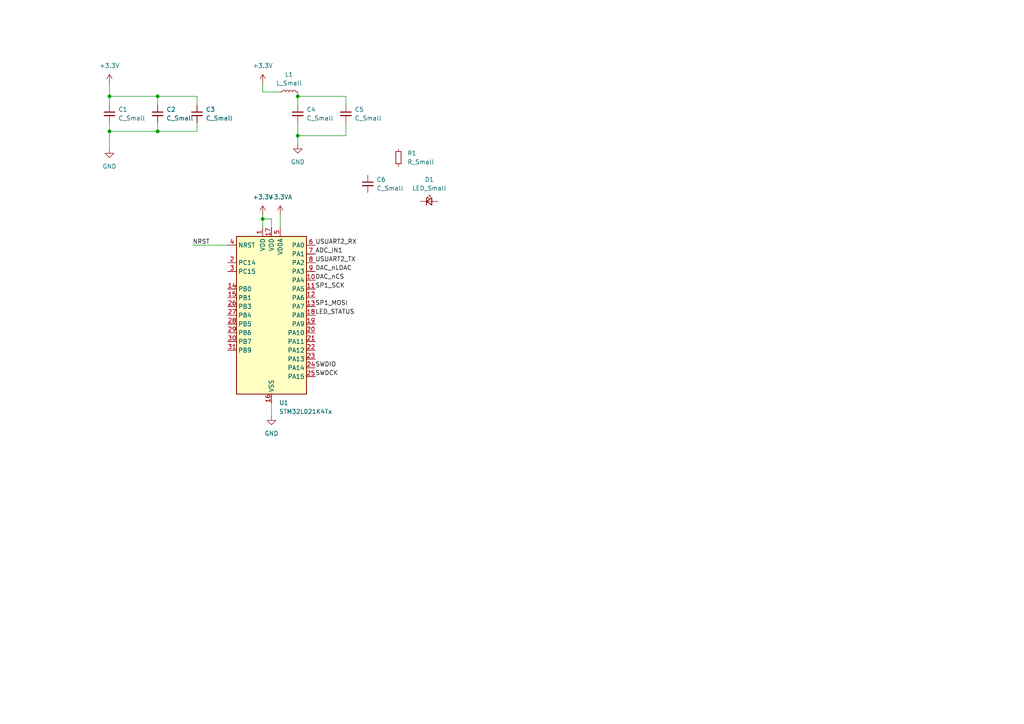
<source format=kicad_sch>
(kicad_sch (version 20230121) (generator eeschema)
  (paper "A4")
  (lib_symbols
    (symbol "Device:C_Small" (pin_numbers hide) (pin_names (offset 0.254) hide)
      (property "Reference" "C" (at 0.254 1.778 0))
      (property "Value" "C_Small" (at 0.254 -2.032 0))
      (symbol "C_Small_0_1"
        (polyline (pts (xy -1.524 -0.508) (xy 1.524 -0.508)) (stroke (width 0.3302)))
        (polyline (pts (xy -1.524 0.508) (xy 1.524 0.508)) (stroke (width 0.3048)))
      )
      (symbol "C_Small_1_1"
        (pin passive line (at 0 2.54 270) (length 2.032) (name "~") (number "1"))
        (pin passive line (at 0 -2.54 90) (length 2.032) (name "~") (number "2"))
      )
    )
    (symbol "Device:LED_Small" (pin_numbers hide) (pin_names (offset 0.254) hide)
      (property "Reference" "D" (at -1.27 3.175 0))
      (property "Value" "LED_Small" (at -4.445 -2.54 0))
      (symbol "LED_Small_0_1"
        (polyline (pts (xy -0.762 -1.016) (xy -0.762 1.016)) (stroke (width 0.254)))
        (polyline (pts (xy 1.016 0) (xy -0.762 0)))
        (polyline (pts (xy 0.762 -1.016) (xy -0.762 0) (xy 0.762 1.016) (xy 0.762 -1.016)) (stroke (width 0.254)))
        (polyline (pts (xy 0 0.762) (xy -0.508 1.27) (xy -0.254 1.27) (xy -0.508 1.27) (xy -0.508 1.016)))
        (polyline (pts (xy 0.508 1.27) (xy 0 1.778) (xy 0.254 1.778) (xy 0 1.778) (xy 0 1.524)))
      )
      (symbol "LED_Small_1_1"
        (pin passive line (at -2.54 0 0) (length 1.778) (name "K") (number "1"))
        (pin passive line (at 2.54 0 180) (length 1.778) (name "A") (number "2"))
      )
    )
    (symbol "Device:L_Small" (pin_numbers hide) (pin_names (offset 0.254) hide)
      (property "Reference" "L" (at 0.762 1.016 0))
      (property "Value" "L_Small" (at 0.762 -1.016 0))
      (symbol "L_Small_0_1"
        (arc (start 0 -2.032) (mid 0.5058 -1.524) (end 0 -1.016))
        (arc (start 0 -1.016) (mid 0.5058 -0.508) (end 0 0))
        (arc (start 0 0) (mid 0.5058 0.508) (end 0 1.016))
        (arc (start 0 1.016) (mid 0.5058 1.524) (end 0 2.032))
      )
      (symbol "L_Small_1_1"
        (pin passive line (at 0 2.54 270) (length 0.508) (name "~") (number "1"))
        (pin passive line (at 0 -2.54 90) (length 0.508) (name "~") (number "2"))
      )
    )
    (symbol "Device:R_Small" (pin_numbers hide) (pin_names (offset 0.254) hide)
      (property "Reference" "R" (at 0.762 0.508 0))
      (property "Value" "R_Small" (at 0.762 -1.016 0))
      (symbol "R_Small_0_1"
        (rectangle (start -0.762 1.778) (end 0.762 -1.778) (stroke (width 0.2032)))
      )
      (symbol "R_Small_1_1"
        (pin passive line (at 0 2.54 270) (length 0.762) (name "~") (number "1"))
        (pin passive line (at 0 -2.54 90) (length 0.762) (name "~") (number "2"))
      )
    )
    (symbol "MCU_ST_STM32L0:STM32L021K4Tx"
      (property "Reference" "U" (at -10.16 24.13 0))
      (property "Value" "STM32L021K4Tx" (at 5.08 24.13 0))
      (symbol "STM32L021K4Tx_0_1"
        (rectangle (start -10.16 -22.86) (end 10.16 22.86) (stroke (width 0.254)) (fill (type background)))
      )
      (symbol "STM32L021K4Tx_1_1"
        (pin power_in line (at -2.54 25.4 270) (length 2.54) (name "VDD") (number "1"))
        (pin bidirectional line (at 12.7 10.16 180) (length 2.54) (name "PA4") (number "10"))
        (pin bidirectional line (at 12.7 7.62 180) (length 2.54) (name "PA5") (number "11"))
        (pin bidirectional line (at 12.7 5.08 180) (length 2.54) (name "PA6") (number "12"))
        (pin bidirectional line (at 12.7 2.54 180) (length 2.54) (name "PA7") (number "13"))
        (pin bidirectional line (at -12.7 7.62 0) (length 2.54) (name "PB0") (number "14"))
        (pin bidirectional line (at -12.7 5.08 0) (length 2.54) (name "PB1") (number "15"))
        (pin power_in line (at 0 -25.4 90) (length 2.54) (name "VSS") (number "16"))
        (pin power_in line (at 0 25.4 270) (length 2.54) (name "VDD") (number "17"))
        (pin bidirectional line (at 12.7 0 180) (length 2.54) (name "PA8") (number "18"))
        (pin bidirectional line (at 12.7 -2.54 180) (length 2.54) (name "PA9") (number "19"))
        (pin bidirectional line (at -12.7 15.24 0) (length 2.54) (name "PC14") (number "2"))
        (pin bidirectional line (at 12.7 -5.08 180) (length 2.54) (name "PA10") (number "20"))
        (pin bidirectional line (at 12.7 -7.62 180) (length 2.54) (name "PA11") (number "21"))
        (pin bidirectional line (at 12.7 -10.16 180) (length 2.54) (name "PA12") (number "22"))
        (pin bidirectional line (at 12.7 -12.7 180) (length 2.54) (name "PA13") (number "23"))
        (pin bidirectional line (at 12.7 -15.24 180) (length 2.54) (name "PA14") (number "24"))
        (pin bidirectional line (at 12.7 -17.78 180) (length 2.54) (name "PA15") (number "25"))
        (pin bidirectional line (at -12.7 2.54 0) (length 2.54) (name "PB3") (number "26"))
        (pin bidirectional line (at -12.7 0 0) (length 2.54) (name "PB4") (number "27"))
        (pin bidirectional line (at -12.7 -2.54 0) (length 2.54) (name "PB5") (number "28"))
        (pin bidirectional line (at -12.7 -5.08 0) (length 2.54) (name "PB6") (number "29"))
        (pin bidirectional line (at -12.7 12.7 0) (length 2.54) (name "PC15") (number "3"))
        (pin bidirectional line (at -12.7 -7.62 0) (length 2.54) (name "PB7") (number "30"))
        (pin bidirectional line (at -12.7 -10.16 0) (length 2.54) (name "PB9") (number "31"))
        (pin passive line (at 0 -25.4 90) (length 2.54) hide (name "VSS") (number "32"))
        (pin input line (at -12.7 20.32 0) (length 2.54) (name "NRST") (number "4"))
        (pin power_in line (at 2.54 25.4 270) (length 2.54) (name "VDDA") (number "5"))
        (pin bidirectional line (at 12.7 20.32 180) (length 2.54) (name "PA0") (number "6"))
        (pin bidirectional line (at 12.7 17.78 180) (length 2.54) (name "PA1") (number "7"))
        (pin bidirectional line (at 12.7 15.24 180) (length 2.54) (name "PA2") (number "8"))
        (pin bidirectional line (at 12.7 12.7 180) (length 2.54) (name "PA3") (number "9"))
      )
    )
    (symbol "power:+3.3V" (power) (pin_names (offset 0))
      (property "Value" "+3.3V" (at 0 3.556 0))
      (symbol "+3.3V_0_1"
        (polyline (pts (xy -0.762 1.27) (xy 0 2.54)))
        (polyline (pts (xy 0 0) (xy 0 2.54)))
        (polyline (pts (xy 0 2.54) (xy 0.762 1.27)))
      )
      (symbol "+3.3V_1_1"
        (pin power_in line (at 0 0 90) (length 0) hide (name "+3.3V") (number "1"))
      )
    )
    (symbol "power:+3.3VA" (power) (pin_names (offset 0))
      (property "Value" "+3.3VA" (at 0 3.556 0))
      (symbol "+3.3VA_0_1"
        (polyline (pts (xy -0.762 1.27) (xy 0 2.54)))
        (polyline (pts (xy 0 0) (xy 0 2.54)))
        (polyline (pts (xy 0 2.54) (xy 0.762 1.27)))
      )
      (symbol "+3.3VA_1_1"
        (pin power_in line (at 0 0 90) (length 0) hide (name "+3.3VA") (number "1"))
      )
    )
    (symbol "power:GND" (power) (pin_names (offset 0))
      (property "Value" "GND" (at 0 -3.81 0))
      (symbol "GND_0_1"
        (polyline (pts (xy 0 0) (xy 0 -1.27) (xy 1.27 -1.27) (xy 0 -2.54) (xy -1.27 -1.27) (xy 0 -1.27)))
      )
      (symbol "GND_1_1"
        (pin power_in line (at 0 0 270) (length 0) hide (name "GND") (number "1"))
      )
    )
  )
  (junction (at 45.72 38.1))
  (junction (at 31.75 27.94))
  (junction (at 86.36 39.37))
  (junction (at 86.36 27.94))
  (junction (at 76.2 63.5))
  (junction (at 31.75 38.1))
  (junction (at 45.72 27.94))
  (wire (pts (xy 31.75 38.1) (xy 31.75 43.18)))
  (wire (pts (xy 76.2 62.23) (xy 76.2 63.5)))
  (wire (pts (xy 55.88 71.12) (xy 66.04 71.12)))
  (wire (pts (xy 31.75 38.1) (xy 45.72 38.1)))
  (wire (pts (xy 86.36 26.67) (xy 86.36 27.94)))
  (wire (pts (xy 78.74 66.04) (xy 78.74 63.5)))
  (wire (pts (xy 45.72 27.94) (xy 31.75 27.94)))
  (wire (pts (xy 86.36 27.94) (xy 100.33 27.94)))
  (wire (pts (xy 45.72 27.94) (xy 57.15 27.94)))
  (wire (pts (xy 45.72 38.1) (xy 45.72 35.56)))
  (wire (pts (xy 86.36 27.94) (xy 86.36 30.48)))
  (wire (pts (xy 100.33 30.48) (xy 100.33 27.94)))
  (wire (pts (xy 57.15 38.1) (xy 57.15 35.56)))
  (wire (pts (xy 31.75 27.94) (xy 31.75 30.48)))
  (wire (pts (xy 81.28 62.23) (xy 81.28 66.04)))
  (wire (pts (xy 86.36 35.56) (xy 86.36 39.37)))
  (wire (pts (xy 45.72 38.1) (xy 57.15 38.1)))
  (wire (pts (xy 57.15 27.94) (xy 57.15 30.48)))
  (wire (pts (xy 76.2 63.5) (xy 76.2 66.04)))
  (wire (pts (xy 76.2 26.67) (xy 81.28 26.67)))
  (wire (pts (xy 86.36 39.37) (xy 86.36 41.91)))
  (wire (pts (xy 78.74 116.84) (xy 78.74 120.65)))
  (wire (pts (xy 78.74 63.5) (xy 76.2 63.5)))
  (wire (pts (xy 45.72 27.94) (xy 45.72 30.48)))
  (wire (pts (xy 86.36 39.37) (xy 100.33 39.37)))
  (wire (pts (xy 100.33 35.56) (xy 100.33 39.37)))
  (wire (pts (xy 76.2 26.67) (xy 76.2 24.13)))
  (wire (pts (xy 31.75 24.13) (xy 31.75 27.94)))
  (wire (pts (xy 31.75 38.1) (xy 31.75 35.56)))
  (label "USUART2_TX" (at 91.44 76.2 0))
  (label "SWDIO" (at 91.44 106.68 0))
  (label "DAC_nCS" (at 91.44 81.28 0))
  (label "DAC_nLDAC" (at 91.44 78.74 0))
  (label "SWDCK" (at 91.44 109.22 0))
  (label "USUART2_RX" (at 91.44 71.12 0))
  (label "SP1_MOSI" (at 91.44 88.9 0))
  (label "LED_STATUS" (at 91.44 91.44 0))
  (label "ADC_IN1" (at 91.44 73.66 0))
  (label "NRST" (at 55.88 71.12 0))
  (label "SP1_SCK" (at 91.44 83.82 0))
  (symbol (lib_id "power:+3.3V") (at 76.2 62.23 0) (unit 1)
    (property "Reference" "#PWR03" (effects hide))
    (property "Value" "+3.3V" (at 76.2 57.15 0))
  )
  (symbol (lib_id "power:GND") (at 86.36 41.91 0) (unit 1)
    (property "Reference" "#PWR07" (effects hide))
    (property "Value" "GND" (at 86.36 46.99 0))
  )
  (symbol (lib_id "Device:C_Small") (at 45.72 33.02 0) (unit 1)
    (property "Reference" "C2" (at 48.26 31.7563 0) (effects (justify left)))
    (property "Value" "C_Small" (at 48.26 34.2963 0) (effects (justify left)))
  )
  (symbol (lib_id "Device:C_Small") (at 100.33 33.02 0) (unit 1)
    (property "Reference" "C5" (at 102.87 31.7563 0) (effects (justify left)))
    (property "Value" "C_Small" (at 102.87 34.2963 0) (effects (justify left)))
  )
  (symbol (lib_id "Device:C_Small") (at 106.68 53.34 0) (unit 1)
    (property "Reference" "C6" (at 109.22 52.0763 0) (effects (justify left)))
    (property "Value" "C_Small" (at 109.22 54.6163 0) (effects (justify left)))
  )
  (symbol (lib_id "power:+3.3V") (at 31.75 24.13 0) (unit 1)
    (property "Reference" "#PWR02" (effects hide))
    (property "Value" "+3.3V" (at 31.75 19.05 0))
  )
  (symbol (lib_id "Device:LED_Small") (at 124.46 58.42 0) (unit 1)
    (property "Reference" "D1" (at 124.5235 52.07 0))
    (property "Value" "LED_Small" (at 124.5235 54.61 0))
  )
  (symbol (lib_id "Device:L_Small") (at 83.82 26.67 90) (unit 1)
    (property "Reference" "L1" (at 83.82 21.59 90))
    (property "Value" "L_Small" (at 83.82 24.13 90))
  )
  (symbol (lib_id "power:GND") (at 31.75 43.18 0) (unit 1)
    (property "Reference" "#PWR05" (effects hide))
    (property "Value" "GND" (at 31.75 48.26 0))
  )
  (symbol (lib_id "power:+3.3V") (at 76.2 24.13 0) (unit 1)
    (property "Reference" "#PWR06" (effects hide))
    (property "Value" "+3.3V" (at 76.2 19.05 0))
  )
  (symbol (lib_id "power:GND") (at 78.74 120.65 0) (unit 1)
    (property "Reference" "#PWR01" (effects hide))
    (property "Value" "GND" (at 78.74 125.73 0))
  )
  (symbol (lib_id "Device:C_Small") (at 57.15 33.02 0) (unit 1)
    (property "Reference" "C3" (at 59.69 31.7563 0) (effects (justify left)))
    (property "Value" "C_Small" (at 59.69 34.2963 0) (effects (justify left)))
  )
  (symbol (lib_id "power:+3.3VA") (at 81.28 62.23 0) (unit 1)
    (property "Reference" "#PWR04" (effects hide))
    (property "Value" "+3.3VA" (at 81.28 57.15 0))
  )
  (symbol (lib_id "Device:C_Small") (at 86.36 33.02 0) (unit 1)
    (property "Reference" "C4" (at 88.9 31.7563 0) (effects (justify left)))
    (property "Value" "C_Small" (at 88.9 34.2963 0) (effects (justify left)))
  )
  (symbol (lib_id "Device:C_Small") (at 31.75 33.02 0) (unit 1)
    (property "Reference" "C1" (at 34.29 31.7563 0) (effects (justify left)))
    (property "Value" "C_Small" (at 34.29 34.2963 0) (effects (justify left)))
  )
  (symbol (lib_id "Device:R_Small") (at 115.57 45.72 0) (unit 1)
    (property "Reference" "R1" (at 118.11 44.45 0) (effects (justify left)))
    (property "Value" "R_Small" (at 118.11 46.99 0) (effects (justify left)))
  )
  (symbol (lib_id "MCU_ST_STM32L0:STM32L021K4Tx") (at 78.74 91.44 0) (unit 1)
    (property "Reference" "U1" (at 80.9341 116.84 0) (effects (justify left)))
    (property "Value" "STM32L021K4Tx" (at 80.9341 119.38 0) (effects (justify left)))
    (property "Footprint" "Package_QFP:LQFP-32_7x7mm_P0.8mm" (effects hide))
    (property "Datasheet" "https://www.st.com/resource/en/datasheet/stm32l021k4.pdf" (effects hide))
  )
)
</source>
